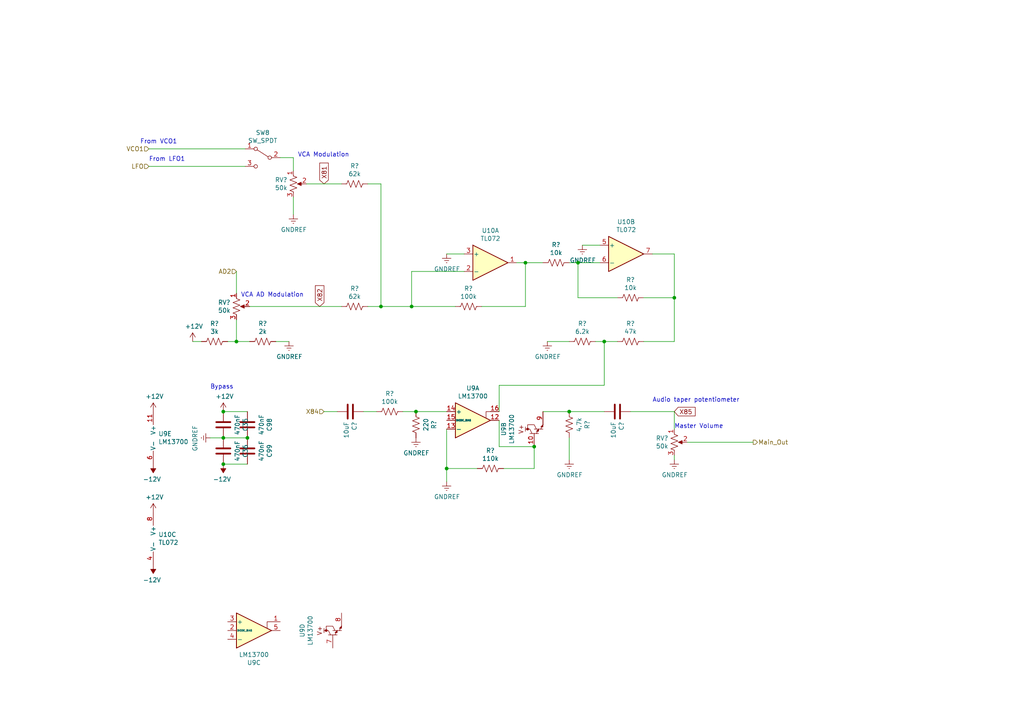
<source format=kicad_sch>
(kicad_sch (version 20230121) (generator eeschema)
  (paper "A4")
  (lib_symbols
    (symbol "Amplifier_Operational:LM13700" (pin_names (offset 0.127))
      (property "Reference" "U" (at 3.81 5.08 0))
      (property "Value" "LM13700" (at 5.08 -5.08 0))
      (symbol "LM13700_1_1"
        (polyline (pts (xy 3.81 -0.635) (xy 3.81 -2.54) (xy 5.08 -2.54)))
        (polyline (pts (xy 5.08 0) (xy -5.08 -5.08) (xy -5.08 5.08) (xy 5.08 0)) (stroke (width 0.254)) (fill (type background)))
        (pin output line (at 7.62 0 180) (length 2.54) (name "~") (number "12"))
        (pin input line (at -7.62 2.54 0) (length 2.54) (name "-") (number "13"))
        (pin input line (at -7.62 -2.54 0) (length 2.54) (name "+") (number "14"))
        (pin input line (at -7.62 0 0) (length 2.54) (name "DIODE_BIAS") (number "15"))
        (pin input line (at 7.62 -2.54 180) (length 2.54) (name "~") (number "16"))
      )
      (symbol "LM13700_2_0"
        (polyline (pts (xy -1.905 2.54) (xy -3.175 2.54)))
      )
      (symbol "LM13700_2_1"
        (circle (center -2.54 1.905) (radius 0.254) (stroke (width 0.254)) (fill (type outline)))
        (polyline (pts (xy -3.81 -0.635) (xy -2.54 -1.27)))
        (polyline (pts (xy -3.81 1.27) (xy -3.81 -1.27)))
        (polyline (pts (xy -2.54 -1.905) (xy -1.27 -2.54)))
        (polyline (pts (xy -2.54 0) (xy -2.54 -2.54)))
        (polyline (pts (xy -3.81 0.635) (xy -2.54 1.27) (xy -2.54 1.905) (xy -2.54 2.54)))
        (polyline (pts (xy -2.54 -1.27) (xy -3.175 -0.635) (xy -3.175 -1.27) (xy -2.54 -1.27)) (fill (type outline)))
        (polyline (pts (xy -2.54 -0.635) (xy -1.27 0) (xy -1.27 1.905) (xy -2.54 1.905)))
        (polyline (pts (xy -1.27 -2.54) (xy -1.905 -1.905) (xy -1.905 -2.54) (xy -1.27 -2.54)) (fill (type outline)))
        (text "V+" (at -2.54 3.81 0) (effects (font (size 1.27 1.27))))
        (pin input line (at -7.62 0 0) (length 3.81) (name "~") (number "10"))
        (pin output line (at 2.54 -2.54 180) (length 3.81) (name "~") (number "9"))
      )
      (symbol "LM13700_3_1"
        (polyline (pts (xy 3.81 -0.635) (xy 3.81 -2.54) (xy 5.08 -2.54)))
        (polyline (pts (xy 5.08 0) (xy -5.08 -5.08) (xy -5.08 5.08) (xy 5.08 0)) (stroke (width 0.254)) (fill (type background)))
        (pin input line (at 7.62 -2.54 180) (length 2.54) (name "~") (number "1"))
        (pin input line (at -7.62 0 0) (length 2.54) (name "DIODE_BIAS") (number "2"))
        (pin input line (at -7.62 -2.54 0) (length 2.54) (name "+") (number "3"))
        (pin input line (at -7.62 2.54 0) (length 2.54) (name "-") (number "4"))
        (pin output line (at 7.62 0 180) (length 2.54) (name "~") (number "5"))
      )
      (symbol "LM13700_4_0"
        (polyline (pts (xy -3.175 2.54) (xy -1.905 2.54)))
        (text "V+" (at -2.54 3.81 0) (effects (font (size 1.27 1.27))))
      )
      (symbol "LM13700_4_1"
        (circle (center -2.54 1.905) (radius 0.254) (stroke (width 0.254)) (fill (type outline)))
        (polyline (pts (xy -3.81 -0.635) (xy -2.54 -1.27)))
        (polyline (pts (xy -3.81 1.27) (xy -3.81 -1.27)))
        (polyline (pts (xy -2.54 -1.905) (xy -1.27 -2.54)))
        (polyline (pts (xy -2.54 0) (xy -2.54 -2.54)))
        (polyline (pts (xy -3.81 0.635) (xy -2.54 1.27) (xy -2.54 2.54)))
        (polyline (pts (xy -2.54 -1.27) (xy -3.175 -0.635) (xy -3.175 -1.27) (xy -2.54 -1.27)) (fill (type outline)))
        (polyline (pts (xy -2.54 -0.635) (xy -1.27 0) (xy -1.27 1.905) (xy -2.54 1.905)))
        (polyline (pts (xy -1.27 -2.54) (xy -1.905 -1.905) (xy -1.905 -2.54) (xy -1.27 -2.54)) (fill (type outline)))
        (pin input line (at -7.62 0 0) (length 3.81) (name "~") (number "7"))
        (pin output line (at 2.54 -2.54 180) (length 3.81) (name "~") (number "8"))
      )
      (symbol "LM13700_5_1"
        (pin power_in line (at -2.54 7.62 270) (length 3.81) (name "V+") (number "11"))
        (pin power_in line (at -2.54 -7.62 90) (length 3.81) (name "V-") (number "6"))
      )
    )
    (symbol "Amplifier_Operational:TL072" (pin_names (offset 0.127))
      (property "Reference" "U" (at 0 5.08 0))
      (property "Value" "TL072" (at 0 -5.08 0))
      (symbol "TL072_1_1"
        (polyline (pts (xy -5.08 5.08) (xy 5.08 0) (xy -5.08 -5.08) (xy -5.08 5.08)) (stroke (width 0.254)) (fill (type background)))
        (pin output line (at 7.62 0 180) (length 2.54) (name "~") (number "1"))
        (pin input line (at -7.62 -2.54 0) (length 2.54) (name "-") (number "2"))
        (pin input line (at -7.62 2.54 0) (length 2.54) (name "+") (number "3"))
      )
      (symbol "TL072_2_1"
        (polyline (pts (xy -5.08 5.08) (xy 5.08 0) (xy -5.08 -5.08) (xy -5.08 5.08)) (stroke (width 0.254)) (fill (type background)))
        (pin input line (at -7.62 2.54 0) (length 2.54) (name "+") (number "5"))
        (pin input line (at -7.62 -2.54 0) (length 2.54) (name "-") (number "6"))
        (pin output line (at 7.62 0 180) (length 2.54) (name "~") (number "7"))
      )
      (symbol "TL072_3_1"
        (pin power_in line (at -2.54 -7.62 90) (length 3.81) (name "V-") (number "4"))
        (pin power_in line (at -2.54 7.62 270) (length 3.81) (name "V+") (number "8"))
      )
    )
    (symbol "Device:C" (pin_numbers hide) (pin_names (offset 0.254))
      (property "Reference" "C" (at 0.635 2.54 0))
      (property "Value" "C" (at 0.635 -2.54 0))
      (symbol "C_0_1"
        (polyline (pts (xy -2.032 -0.762) (xy 2.032 -0.762)) (stroke (width 0.508)))
        (polyline (pts (xy -2.032 0.762) (xy 2.032 0.762)) (stroke (width 0.508)))
      )
      (symbol "C_1_1"
        (pin passive line (at 0 3.81 270) (length 2.794) (name "~") (number "1"))
        (pin passive line (at 0 -3.81 90) (length 2.794) (name "~") (number "2"))
      )
    )
    (symbol "Device:R_US" (pin_numbers hide) (pin_names (offset 0))
      (property "Reference" "R" (at 2.54 0 90))
      (property "Value" "R_US" (at -2.54 0 90))
      (symbol "R_US_0_1"
        (polyline (pts (xy 0 -2.286) (xy 0 -2.54)))
        (polyline (pts (xy 0 2.286) (xy 0 2.54)))
        (polyline (pts (xy 0 -0.762) (xy 1.016 -1.143) (xy 0 -1.524) (xy -1.016 -1.905) (xy 0 -2.286)))
        (polyline (pts (xy 0 0.762) (xy 1.016 0.381) (xy 0 0) (xy -1.016 -0.381) (xy 0 -0.762)))
        (polyline (pts (xy 0 2.286) (xy 1.016 1.905) (xy 0 1.524) (xy -1.016 1.143) (xy 0 0.762)))
      )
      (symbol "R_US_1_1"
        (pin passive line (at 0 3.81 270) (length 1.27) (name "~") (number "1"))
        (pin passive line (at 0 -3.81 90) (length 1.27) (name "~") (number "2"))
      )
    )
    (symbol "Switch:SW_SPDT" (pin_names (offset 0) hide)
      (property "Reference" "SW" (at 0 4.318 0))
      (property "Value" "SW_SPDT" (at 0 -5.08 0))
      (symbol "SW_SPDT_0_0"
        (circle (center -2.032 0) (radius 0.508))
        (circle (center 2.032 -2.54) (radius 0.508))
      )
      (symbol "SW_SPDT_0_1"
        (polyline (pts (xy -1.524 0.254) (xy 1.651 2.286)))
        (circle (center 2.032 2.54) (radius 0.508))
      )
      (symbol "SW_SPDT_1_1"
        (pin passive line (at 5.08 2.54 180) (length 2.54) (name "A") (number "1"))
        (pin passive line (at -5.08 0 0) (length 2.54) (name "B") (number "2"))
        (pin passive line (at 5.08 -2.54 180) (length 2.54) (name "C") (number "3"))
      )
    )
    (symbol "SynthProj-rescue:R_POT_US-Device" (pin_names (offset 1.016) hide)
      (property "Reference" "RV" (at -4.445 0 90))
      (property "Value" "Device_R_POT_US" (at -2.54 0 90))
      (symbol "R_POT_US-Device_0_1"
        (polyline (pts (xy 0 -2.286) (xy 0 -2.54)))
        (polyline (pts (xy 0 2.54) (xy 0 2.286)))
        (polyline (pts (xy 2.54 0) (xy 1.524 0)))
        (polyline (pts (xy 1.143 0) (xy 2.286 0.508) (xy 2.286 -0.508) (xy 1.143 0)) (fill (type outline)))
        (polyline (pts (xy 0 -0.762) (xy 1.016 -1.143) (xy 0 -1.524) (xy -1.016 -1.905) (xy 0 -2.286)))
        (polyline (pts (xy 0 0.762) (xy 1.016 0.381) (xy 0 0) (xy -1.016 -0.381) (xy 0 -0.762)))
        (polyline (pts (xy 0 2.286) (xy 1.016 1.905) (xy 0 1.524) (xy -1.016 1.143) (xy 0 0.762)))
      )
      (symbol "R_POT_US-Device_1_1"
        (pin passive line (at 0 3.81 270) (length 1.27) (name "1") (number "1"))
        (pin passive line (at 3.81 0 180) (length 1.27) (name "2") (number "2"))
        (pin passive line (at 0 -3.81 90) (length 1.27) (name "3") (number "3"))
      )
    )
    (symbol "power:+12V" (power) (pin_names (offset 0))
      (property "Value" "+12V" (at 0 3.556 0))
      (symbol "+12V_0_1"
        (polyline (pts (xy -0.762 1.27) (xy 0 2.54)))
        (polyline (pts (xy 0 0) (xy 0 2.54)))
        (polyline (pts (xy 0 2.54) (xy 0.762 1.27)))
      )
      (symbol "+12V_1_1"
        (pin power_in line (at 0 0 90) (length 0) hide (name "+12V") (number "1"))
      )
    )
    (symbol "power:-12V" (power) (pin_names (offset 0))
      (property "Value" "-12V" (at 0 3.81 0))
      (symbol "-12V_0_0"
        (pin power_in line (at 0 0 90) (length 0) hide (name "-12V") (number "1"))
      )
      (symbol "-12V_0_1"
        (polyline (pts (xy 0 0) (xy 0 1.27) (xy 0.762 1.27) (xy 0 2.54) (xy -0.762 1.27) (xy 0 1.27)) (fill (type outline)))
      )
    )
    (symbol "power:GNDREF" (power) (pin_names (offset 0))
      (property "Value" "GNDREF" (at 0 -3.81 0))
      (symbol "GNDREF_0_1"
        (polyline (pts (xy -0.635 -1.905) (xy 0.635 -1.905)))
        (polyline (pts (xy -0.127 -2.54) (xy 0.127 -2.54)))
        (polyline (pts (xy 0 -1.27) (xy 0 0)))
        (polyline (pts (xy 1.27 -1.27) (xy -1.27 -1.27)))
      )
      (symbol "GNDREF_1_1"
        (pin power_in line (at 0 0 270) (length 0) hide (name "GNDREF") (number "1"))
      )
    )
  )
  (junction (at 129.54 135.89))
  (junction (at 120.65 119.38))
  (junction (at 64.77 134.62))
  (junction (at 64.77 127))
  (junction (at 110.49 88.9))
  (junction (at 119.38 88.9))
  (junction (at 71.755 127))
  (junction (at 64.77 119.38))
  (junction (at 167.64 76.2))
  (junction (at 165.1 119.38))
  (junction (at 68.58 99.06))
  (junction (at 195.58 86.36))
  (junction (at 175.26 99.06))
  (junction (at 154.94 129.54))
  (junction (at 152.4 76.2))
  (wire (pts (xy 152.4 88.9) (xy 152.4 76.2)))
  (wire (pts (xy 144.78 129.54) (xy 154.94 129.54)))
  (wire (pts (xy 97.79 119.38) (xy 93.98 119.38)))
  (wire (pts (xy 175.26 111.76) (xy 144.78 111.76)))
  (wire (pts (xy 68.58 85.09) (xy 68.58 78.74)))
  (wire (pts (xy 134.62 78.74) (xy 119.38 78.74)))
  (wire (pts (xy 152.4 76.2) (xy 149.86 76.2)))
  (wire (pts (xy 129.54 135.89) (xy 129.54 124.46)))
  (wire (pts (xy 175.26 99.06) (xy 175.26 111.76)))
  (wire (pts (xy 157.48 119.38) (xy 165.1 119.38)))
  (wire (pts (xy 60.96 127) (xy 64.77 127)))
  (wire (pts (xy 165.1 119.38) (xy 175.26 119.38)))
  (wire (pts (xy 182.88 119.38) (xy 195.58 119.38)))
  (wire (pts (xy 129.54 139.7) (xy 129.54 135.89)))
  (wire (pts (xy 186.69 99.06) (xy 195.58 99.06)))
  (wire (pts (xy 146.05 135.89) (xy 154.94 135.89)))
  (wire (pts (xy 85.09 45.72) (xy 85.09 49.53)))
  (wire (pts (xy 138.43 135.89) (xy 129.54 135.89)))
  (wire (pts (xy 85.09 62.23) (xy 85.09 57.15)))
  (wire (pts (xy 64.77 127) (xy 71.755 127)))
  (wire (pts (xy 120.65 119.38) (xy 129.54 119.38)))
  (wire (pts (xy 68.58 92.71) (xy 68.58 99.06)))
  (wire (pts (xy 144.78 121.92) (xy 144.78 129.54)))
  (wire (pts (xy 172.72 99.06) (xy 175.26 99.06)))
  (wire (pts (xy 168.91 71.12) (xy 173.99 71.12)))
  (wire (pts (xy 189.23 73.66) (xy 195.58 73.66)))
  (wire (pts (xy 68.58 99.06) (xy 66.04 99.06)))
  (wire (pts (xy 195.58 99.06) (xy 195.58 86.36)))
  (wire (pts (xy 195.58 124.46) (xy 195.58 119.38)))
  (wire (pts (xy 144.78 111.76) (xy 144.78 119.38)))
  (wire (pts (xy 80.01 99.06) (xy 83.82 99.06)))
  (wire (pts (xy 158.75 99.06) (xy 165.1 99.06)))
  (wire (pts (xy 110.49 88.9) (xy 106.68 88.9)))
  (wire (pts (xy 99.06 88.9) (xy 72.39 88.9)))
  (wire (pts (xy 154.94 135.89) (xy 154.94 129.54)))
  (wire (pts (xy 129.54 73.66) (xy 134.62 73.66)))
  (wire (pts (xy 110.49 53.34) (xy 110.49 88.9)))
  (wire (pts (xy 179.07 86.36) (xy 167.64 86.36)))
  (wire (pts (xy 175.26 99.06) (xy 179.07 99.06)))
  (wire (pts (xy 72.39 99.06) (xy 68.58 99.06)))
  (wire (pts (xy 167.64 76.2) (xy 165.1 76.2)))
  (wire (pts (xy 195.58 86.36) (xy 186.69 86.36)))
  (wire (pts (xy 64.77 119.38) (xy 71.755 119.38)))
  (wire (pts (xy 106.68 53.34) (xy 110.49 53.34)))
  (wire (pts (xy 71.12 48.26) (xy 43.18 48.26)))
  (wire (pts (xy 139.7 88.9) (xy 152.4 88.9)))
  (wire (pts (xy 110.49 88.9) (xy 119.38 88.9)))
  (wire (pts (xy 81.28 45.72) (xy 85.09 45.72)))
  (wire (pts (xy 199.39 128.27) (xy 218.44 128.27)))
  (wire (pts (xy 71.12 43.18) (xy 43.18 43.18)))
  (wire (pts (xy 116.84 119.38) (xy 120.65 119.38)))
  (wire (pts (xy 88.9 53.34) (xy 99.06 53.34)))
  (wire (pts (xy 58.42 99.06) (xy 55.88 99.06)))
  (wire (pts (xy 195.58 132.08) (xy 195.58 133.35)))
  (wire (pts (xy 152.4 76.2) (xy 157.48 76.2)))
  (wire (pts (xy 173.99 76.2) (xy 167.64 76.2)))
  (wire (pts (xy 105.41 119.38) (xy 109.22 119.38)))
  (wire (pts (xy 119.38 88.9) (xy 132.08 88.9)))
  (wire (pts (xy 119.38 78.74) (xy 119.38 88.9)))
  (wire (pts (xy 165.1 133.35) (xy 165.1 127)))
  (wire (pts (xy 195.58 73.66) (xy 195.58 86.36)))
  (wire (pts (xy 167.64 86.36) (xy 167.64 76.2)))
  (wire (pts (xy 64.77 134.62) (xy 71.755 134.62)))
  (text "VCA AD Modulation" (at 69.85 86.36 0) (effects (font (size 1.27 1.27)) (justify left bottom)))
  (text "Audio taper potentiometer" (at 189.23 116.84 0) (effects (font (size 1.27 1.27)) (justify left bottom)))
  (text "From LFO1" (at 43.18 46.99 0) (effects (font (size 1.27 1.27)) (justify left bottom)))
  (text "From VCO1" (at 40.64 41.91 0) (effects (font (size 1.27 1.27)) (justify left bottom)))
  (text "Master Volume" (at 195.58 124.46 0) (effects (font (size 1.27 1.27)) (justify left bottom)))
  (text "VCA Modulation" (at 86.36 45.72 0) (effects (font (size 1.27 1.27)) (justify left bottom)))
  (text "Bypass" (at 60.96 113.03 0) (effects (font (size 1.27 1.27)) (justify left bottom)))
  (global_label "X85" (shape input) (at 195.58 119.38 0) (property "Intersheetrefs" "${INTERSHEET_REFS}" (effects hide)))
  (global_label "X81" (shape input) (at 93.98 53.34 90) (property "Intersheetrefs" "${INTERSHEET_REFS}" (effects hide)))
  (global_label "X82" (shape input) (at 92.71 88.9 90) (property "Intersheetrefs" "${INTERSHEET_REFS}" (effects hide)))
  (hierarchical_label "Main_Out" (shape output) (at 218.44 128.27 0))
  (hierarchical_label "X84" (shape input) (at 93.98 119.38 180))
  (hierarchical_label "AD2" (shape input) (at 68.58 78.74 180))
  (hierarchical_label "VCO1" (shape input) (at 43.18 43.18 180))
  (hierarchical_label "LFO" (shape input) (at 43.18 48.26 180))
  (symbol (lib_id "power:+12V") (at 64.77 119.38 0) (unit 1)
    (property "Reference" "#PWR0130" (effects hide))
    (property "Value" "+12V" (at 65.151 114.9858 0))
    (instances (project "SynthProj" (path "" (reference "#PWR0130") (unit 1)) (path "" (reference "#PWR?") (unit 1))))
  )
  (symbol (lib_id "power:-12V") (at 64.77 134.62 180) (unit 1)
    (property "Reference" "#PWR0131" (effects hide))
    (property "Value" "-12V" (at 64.389 139.0142 0))
    (instances (project "SynthProj" (path "" (reference "#PWR0131") (unit 1)) (path "" (reference "#PWR?") (unit 1))))
  )
  (symbol (lib_id "power:GNDREF") (at 60.96 127 270) (unit 1)
    (property "Reference" "#PWR0129" (effects hide))
    (property "Value" "GNDREF" (at 56.5658 127.127 0))
    (instances (project "SynthProj" (path "" (reference "#PWR0129") (unit 1)) (path "" (reference "#PWR?") (unit 1))))
  )
  (symbol (lib_id "Device:C") (at 64.77 123.19 180) (unit 1)
    (property "Reference" "C35" (at 71.1708 123.19 90))
    (property "Value" "470nF" (at 68.8594 123.19 90))
    (property "Footprint" "Capacitor_SMD:C_0805_2012Metric" (effects hide))
    (instances (project "SynthProj" (path "" (reference "C35") (unit 1)) (path "" (reference "C?") (unit 1))))
  )
  (symbol (lib_id "Device:C") (at 64.77 130.81 180) (unit 1)
    (property "Reference" "C36" (at 71.1708 130.81 90))
    (property "Value" "470nF" (at 68.8594 130.81 90))
    (property "Footprint" "Capacitor_SMD:C_0805_2012Metric" (effects hide))
  )
  (symbol (lib_id "Switch:SW_SPDT") (at 76.2 45.72 0) (mirror y) (unit 1)
    (property "Reference" "SW8" (at 76.2 38.481 0))
    (property "Value" "SW_SPDT" (at 76.2 40.7924 0))
    (property "Footprint" "SynthProjConnectors:SMTS-102" (effects hide))
    (instances (project "SynthProj" (path "" (reference "SW8") (unit 1)) (path "" (reference "SW?") (unit 1))))
  )
  (symbol (lib_id "SynthProj-rescue:R_POT_US-Device") (at 85.09 53.34 0) (unit 1)
    (property "Reference" "RV?" (at 83.3882 52.1716 0) (effects (justify right)))
    (property "Value" "50k" (at 83.3882 54.483 0) (effects (justify right)))
    (property "Footprint" "Potentiometer_THT:Potentiometer_Alps_RK09K_Single_Vertical" (effects hide))
    (instances (project "SynthProj" (path "" (reference "RV?") (unit 1)) (path "" (reference "RV?") (unit 1)) (path "" (reference "RV19") (unit 1)) (path "" (reference "RV?") (unit 1))))
  )
  (symbol (lib_id "power:GNDREF") (at 85.09 62.23 0) (unit 1)
    (property "Reference" "#PWR0133" (effects hide))
    (property "Value" "GNDREF" (at 85.217 66.6242 0))
    (instances (project "SynthProj" (path "" (reference "#PWR0133") (unit 1)) (path "" (reference "#PWR?") (unit 1))))
  )
  (symbol (lib_id "Device:R_US") (at 102.87 53.34 270) (unit 1)
    (property "Reference" "R?" (at 102.87 48.133 90))
    (property "Value" "62k" (at 102.87 50.4444 90))
    (property "Footprint" "Resistor_SMD:R_0603_1608Metric" (effects hide))
    (instances (project "SynthProj" (path "" (reference "R?") (unit 1)) (path "" (reference "R?") (unit 1)) (path "" (reference "R100") (unit 1))))
  )
  (symbol (lib_id "Device:R_US") (at 102.87 88.9 270) (unit 1)
    (property "Reference" "R?" (at 102.87 83.693 90))
    (property "Value" "62k" (at 102.87 86.0044 90))
    (property "Footprint" "Resistor_SMD:R_0603_1608Metric" (effects hide))
    (instances (project "SynthProj" (path "" (reference "R?") (unit 1)) (path "" (reference "R?") (unit 1)) (path "" (reference "R101") (unit 1))))
  )
  (symbol (lib_id "power:+12V") (at 55.88 99.06 0) (unit 1)
    (property "Reference" "#PWR0128" (effects hide))
    (property "Value" "+12V" (at 56.261 94.6658 0))
    (instances (project "SynthProj" (path "" (reference "#PWR0128") (unit 1)) (path "" (reference "#PWR?") (unit 1))))
  )
  (symbol (lib_id "Device:R_US") (at 62.23 99.06 270) (unit 1)
    (property "Reference" "R?" (at 62.23 93.853 90))
    (property "Value" "3k" (at 62.23 96.1644 90))
    (property "Footprint" "Resistor_SMD:R_0603_1608Metric" (effects hide))
    (instances (project "SynthProj" (path "" (reference "R?") (unit 1)) (path "" (reference "R?") (unit 1)) (path "" (reference "R98") (unit 1))))
  )
  (symbol (lib_id "Device:R_US") (at 76.2 99.06 270) (unit 1)
    (property "Reference" "R?" (at 76.2 93.853 90))
    (property "Value" "2k" (at 76.2 96.1644 90))
    (property "Footprint" "Resistor_SMD:R_0603_1608Metric" (effects hide))
    (instances (project "SynthProj" (path "" (reference "R?") (unit 1)) (path "" (reference "R?") (unit 1)) (path "" (reference "R99") (unit 1))))
  )
  (symbol (lib_id "SynthProj-rescue:R_POT_US-Device") (at 68.58 88.9 0) (unit 1)
    (property "Reference" "RV?" (at 66.8782 87.7316 0) (effects (justify right)))
    (property "Value" "50k" (at 66.8782 90.043 0) (effects (justify right)))
    (property "Footprint" "Potentiometer_THT:Potentiometer_Alps_RK09K_Single_Vertical" (effects hide))
    (instances (project "SynthProj" (path "" (reference "RV?") (unit 1)) (path "" (reference "RV?") (unit 1)) (path "" (reference "RV18") (unit 1)) (path "" (reference "RV?") (unit 1))))
  )
  (symbol (lib_id "Amplifier_Operational:TL072") (at 142.24 76.2 0) (unit 1)
    (property "Reference" "U10" (at 142.24 66.8782 0))
    (property "Value" "TL072" (at 142.24 69.1896 0))
    (property "Footprint" "Package_SO:SO-8_3.9x4.9mm_P1.27mm" (effects hide))
    (property "Datasheet" "http://www.ti.com/lit/ds/symlink/tl071.pdf" (effects hide))
  )
  (symbol (lib_id "Amplifier_Operational:TL072") (at 181.61 73.66 0) (unit 2)
    (property "Reference" "U10" (at 181.61 64.3382 0))
    (property "Value" "TL072" (at 181.61 66.6496 0))
    (property "Footprint" "Package_SO:SO-8_3.9x4.9mm_P1.27mm" (effects hide))
    (property "Datasheet" "http://www.ti.com/lit/ds/symlink/tl071.pdf" (effects hide))
  )
  (symbol (lib_id "Amplifier_Operational:TL072") (at 46.99 156.21 0) (unit 3)
    (property "Reference" "U10" (at 45.9232 155.0416 0) (effects (justify left)))
    (property "Value" "TL072" (at 45.9232 157.353 0) (effects (justify left)))
    (property "Footprint" "Package_SO:SO-8_3.9x4.9mm_P1.27mm" (effects hide))
    (property "Datasheet" "http://www.ti.com/lit/ds/symlink/tl071.pdf" (effects hide))
  )
  (symbol (lib_id "power:GNDREF") (at 129.54 73.66 0) (unit 1)
    (property "Reference" "#PWR0135" (effects hide))
    (property "Value" "GNDREF" (at 129.667 78.0542 0))
    (instances (project "SynthProj" (path "" (reference "#PWR0135") (unit 1)) (path "" (reference "#PWR?") (unit 1))))
  )
  (symbol (lib_id "Device:R_US") (at 135.89 88.9 270) (unit 1)
    (property "Reference" "R?" (at 135.89 83.693 90))
    (property "Value" "100k" (at 135.89 86.0044 90))
    (property "Footprint" "Resistor_SMD:R_0603_1608Metric" (effects hide))
    (instances (project "SynthProj" (path "" (reference "R?") (unit 1)) (path "" (reference "R?") (unit 1)) (path "" (reference "R104") (unit 1))))
  )
  (symbol (lib_id "Device:R_US") (at 161.29 76.2 270) (unit 1)
    (property "Reference" "R?" (at 161.29 70.993 90))
    (property "Value" "10k" (at 161.29 73.3044 90))
    (property "Footprint" "Resistor_SMD:R_0603_1608Metric" (effects hide))
    (instances (project "SynthProj" (path "" (reference "R?") (unit 1)) (path "" (reference "R?") (unit 1)) (path "" (reference "R106") (unit 1))))
  )
  (symbol (lib_id "power:GNDREF") (at 168.91 71.12 0) (unit 1)
    (property "Reference" "#PWR0139" (effects hide))
    (property "Value" "GNDREF" (at 169.037 75.5142 0))
    (instances (project "SynthProj" (path "" (reference "#PWR0139") (unit 1)) (path "" (reference "#PWR?") (unit 1))))
  )
  (symbol (lib_id "Device:R_US") (at 182.88 86.36 270) (unit 1)
    (property "Reference" "R?" (at 182.88 81.153 90))
    (property "Value" "10k" (at 182.88 83.4644 90))
    (property "Footprint" "Resistor_SMD:R_0603_1608Metric" (effects hide))
    (instances (project "SynthProj" (path "" (reference "R?") (unit 1)) (path "" (reference "R?") (unit 1)) (path "" (reference "R109") (unit 1))))
  )
  (symbol (lib_id "Device:R_US") (at 182.88 99.06 270) (unit 1)
    (property "Reference" "R?" (at 182.88 93.853 90))
    (property "Value" "47k" (at 182.88 96.1644 90))
    (property "Footprint" "Resistor_SMD:R_0603_1608Metric" (effects hide))
    (instances (project "SynthProj" (path "" (reference "R?") (unit 1)) (path "" (reference "R?") (unit 1)) (path "" (reference "R110") (unit 1))))
  )
  (symbol (lib_id "Device:R_US") (at 168.91 99.06 270) (unit 1)
    (property "Reference" "R?" (at 168.91 93.853 90))
    (property "Value" "6.2k" (at 168.91 96.1644 90))
    (property "Footprint" "Resistor_SMD:R_0603_1608Metric" (effects hide))
    (instances (project "SynthProj" (path "" (reference "R?") (unit 1)) (path "" (reference "R?") (unit 1)) (path "" (reference "R108") (unit 1))))
  )
  (symbol (lib_id "power:GNDREF") (at 158.75 99.06 0) (unit 1)
    (property "Reference" "#PWR0137" (effects hide))
    (property "Value" "GNDREF" (at 158.877 103.4542 0))
    (instances (project "SynthProj" (path "" (reference "#PWR0137") (unit 1)) (path "" (reference "#PWR?") (unit 1))))
  )
  (symbol (lib_id "Amplifier_Operational:LM13700") (at 137.16 121.92 0) (mirror x) (unit 1)
    (property "Reference" "U9" (at 137.16 112.5982 0))
    (property "Value" "LM13700" (at 137.16 114.9096 0))
    (property "Footprint" "Package_SO:SO-16_5.3x10.2mm_P1.27mm" (effects hide))
    (property "Datasheet" "http://www.ti.com/lit/ds/symlink/lm13700.pdf" (effects hide))
  )
  (symbol (lib_id "Amplifier_Operational:LM13700") (at 154.94 121.92 90) (unit 2)
    (property "Reference" "U9" (at 146.1008 124.46 0))
    (property "Value" "LM13700" (at 148.4122 124.46 0))
    (property "Footprint" "Package_SO:SO-16_5.3x10.2mm_P1.27mm" (effects hide))
    (property "Datasheet" "http://www.ti.com/lit/ds/symlink/lm13700.pdf" (effects hide))
  )
  (symbol (lib_id "Amplifier_Operational:LM13700") (at 73.66 182.88 0) (mirror x) (unit 3)
    (property "Reference" "U9" (at 73.66 192.2018 0))
    (property "Value" "LM13700" (at 73.66 189.8904 0))
    (property "Footprint" "Package_SO:SO-16_5.3x10.2mm_P1.27mm" (effects hide))
    (property "Datasheet" "http://www.ti.com/lit/ds/symlink/lm13700.pdf" (effects hide))
  )
  (symbol (lib_id "Amplifier_Operational:LM13700") (at 96.52 180.34 90) (unit 4)
    (property "Reference" "U9" (at 87.6808 182.88 0))
    (property "Value" "LM13700" (at 89.9922 182.88 0))
    (property "Footprint" "Package_SO:SO-16_5.3x10.2mm_P1.27mm" (effects hide))
    (property "Datasheet" "http://www.ti.com/lit/ds/symlink/lm13700.pdf" (effects hide))
  )
  (symbol (lib_id "Amplifier_Operational:LM13700") (at 46.99 127 0) (unit 5)
    (property "Reference" "U9" (at 45.9232 125.8316 0) (effects (justify left)))
    (property "Value" "LM13700" (at 45.9232 128.143 0) (effects (justify left)))
    (property "Footprint" "Package_SO:SO-16_5.3x10.2mm_P1.27mm" (effects hide))
    (property "Datasheet" "http://www.ti.com/lit/ds/symlink/lm13700.pdf" (effects hide))
  )
  (symbol (lib_id "power:+12V") (at 44.45 119.38 0) (unit 1)
    (property "Reference" "#PWR0124" (effects hide))
    (property "Value" "+12V" (at 44.831 114.9858 0))
    (instances (project "SynthProj" (path "" (reference "#PWR0124") (unit 1)) (path "" (reference "#PWR?") (unit 1))))
  )
  (symbol (lib_id "power:+12V") (at 44.45 148.59 0) (unit 1)
    (property "Reference" "#PWR0126" (effects hide))
    (property "Value" "+12V" (at 44.831 144.1958 0))
    (instances (project "SynthProj" (path "" (reference "#PWR0126") (unit 1)) (path "" (reference "#PWR?") (unit 1))))
  )
  (symbol (lib_id "power:-12V") (at 44.45 134.62 180) (unit 1)
    (property "Reference" "#PWR0125" (effects hide))
    (property "Value" "-12V" (at 44.069 139.0142 0))
    (instances (project "SynthProj" (path "" (reference "#PWR0125") (unit 1)) (path "" (reference "#PWR?") (unit 1))))
  )
  (symbol (lib_id "power:-12V") (at 44.45 163.83 180) (unit 1)
    (property "Reference" "#PWR0127" (effects hide))
    (property "Value" "-12V" (at 44.069 168.2242 0))
    (instances (project "SynthProj" (path "" (reference "#PWR0127") (unit 1)) (path "" (reference "#PWR?") (unit 1))))
  )
  (symbol (lib_id "Device:R_US") (at 165.1 123.19 180) (unit 1)
    (property "Reference" "R?" (at 170.307 123.19 90))
    (property "Value" "4.7k" (at 167.9956 123.19 90))
    (property "Footprint" "Resistor_SMD:R_0603_1608Metric" (effects hide))
    (instances (project "SynthProj" (path "" (reference "R?") (unit 1)) (path "" (reference "R?") (unit 1)) (path "" (reference "R107") (unit 1))))
  )
  (symbol (lib_id "Device:R_US") (at 113.03 119.38 270) (unit 1)
    (property "Reference" "R?" (at 113.03 114.173 90))
    (property "Value" "100k" (at 113.03 116.4844 90))
    (property "Footprint" "Resistor_SMD:R_0603_1608Metric" (effects hide))
    (instances (project "SynthProj" (path "" (reference "R?") (unit 1)) (path "" (reference "R?") (unit 1)) (path "" (reference "R102") (unit 1))))
  )
  (symbol (lib_id "Device:R_US") (at 120.65 123.19 180) (unit 1)
    (property "Reference" "R?" (at 125.857 123.19 90))
    (property "Value" "220" (at 123.5456 123.19 90))
    (property "Footprint" "Resistor_SMD:R_0603_1608Metric" (effects hide))
    (instances (project "SynthProj" (path "" (reference "R?") (unit 1)) (path "" (reference "R?") (unit 1)) (path "" (reference "R103") (unit 1))))
  )
  (symbol (lib_id "power:GNDREF") (at 120.65 127 0) (unit 1)
    (property "Reference" "#PWR0134" (effects hide))
    (property "Value" "GNDREF" (at 120.777 131.3942 0))
    (instances (project "SynthProj" (path "" (reference "#PWR0134") (unit 1)) (path "" (reference "#PWR?") (unit 1))))
  )
  (symbol (lib_id "Device:C") (at 101.6 119.38 270) (unit 1)
    (property "Reference" "C?" (at 102.7684 122.301 0) (effects (justify left)))
    (property "Value" "10uF" (at 100.457 122.301 0) (effects (justify left)))
    (property "Footprint" "Capacitor_SMD:C_0805_2012Metric" (effects hide))
    (instances (project "SynthProj" (path "" (reference "C?") (unit 1)) (path "" (reference "C?") (unit 1)) (path "" (reference "C37") (unit 1))))
  )
  (symbol (lib_id "Device:R_US") (at 142.24 135.89 270) (unit 1)
    (property "Reference" "R?" (at 142.24 130.683 90))
    (property "Value" "110k" (at 142.24 132.9944 90))
    (property "Footprint" "Resistor_SMD:R_0603_1608Metric" (effects hide))
    (instances (project "SynthProj" (path "" (reference "R?") (unit 1)) (path "" (reference "R?") (unit 1)) (path "" (reference "R105") (unit 1))))
  )
  (symbol (lib_id "power:GNDREF") (at 129.54 139.7 0) (unit 1)
    (property "Reference" "#PWR0136" (effects hide))
    (property "Value" "GNDREF" (at 129.667 144.0942 0))
    (instances (project "SynthProj" (path "" (reference "#PWR0136") (unit 1)) (path "" (reference "#PWR?") (unit 1))))
  )
  (symbol (lib_id "power:GNDREF") (at 165.1 133.35 0) (unit 1)
    (property "Reference" "#PWR0138" (effects hide))
    (property "Value" "GNDREF" (at 165.227 137.7442 0))
    (instances (project "SynthProj" (path "" (reference "#PWR0138") (unit 1)) (path "" (reference "#PWR?") (unit 1))))
  )
  (symbol (lib_id "Device:C") (at 179.07 119.38 270) (unit 1)
    (property "Reference" "C?" (at 180.2384 122.301 0) (effects (justify left)))
    (property "Value" "10uF" (at 177.927 122.301 0) (effects (justify left)))
    (property "Footprint" "Capacitor_SMD:C_0805_2012Metric" (effects hide))
    (instances (project "SynthProj" (path "" (reference "C?") (unit 1)) (path "" (reference "C?") (unit 1)) (path "" (reference "C38") (unit 1))))
  )
  (symbol (lib_id "SynthProj-rescue:R_POT_US-Device") (at 195.58 128.27 0) (unit 1)
    (property "Reference" "RV?" (at 193.8782 127.1016 0) (effects (justify right)))
    (property "Value" "50k" (at 193.8782 129.413 0) (effects (justify right)))
    (property "Footprint" "Potentiometer_THT:Potentiometer_Alps_RK09K_Single_Vertical" (effects hide))
    (instances (project "SynthProj" (path "" (reference "RV?") (unit 1)) (path "" (reference "RV?") (unit 1)) (path "" (reference "RV20") (unit 1)) (path "" (reference "RV?") (unit 1))))
  )
  (symbol (lib_id "power:GNDREF") (at 195.58 133.35 0) (unit 1)
    (property "Reference" "#PWR0140" (effects hide))
    (property "Value" "GNDREF" (at 195.707 137.7442 0))
    (instances (project "SynthProj" (path "" (reference "#PWR0140") (unit 1)) (path "" (reference "#PWR?") (unit 1))))
  )
  (symbol (lib_id "power:GNDREF") (at 83.82 99.06 0) (unit 1)
    (property "Reference" "#PWR0132" (effects hide))
    (property "Value" "GNDREF" (at 83.947 103.4542 0))
    (instances (project "SynthProj" (path "" (reference "#PWR0132") (unit 1)) (path "" (reference "#PWR?") (unit 1))))
  )
  (symbol (lib_id "Device:C") (at 71.755 130.81 180) (unit 1)
    (property "Reference" "C99" (at 78.1558 130.81 90))
    (property "Value" "470nF" (at 75.8444 130.81 90))
    (property "Footprint" "Capacitor_SMD:C_0805_2012Metric" (effects hide))
  )
  (symbol (lib_id "Device:C") (at 71.755 123.19 180) (unit 1)
    (property "Reference" "C98" (at 78.1558 123.19 90))
    (property "Value" "470nF" (at 75.8444 123.19 90))
    (property "Footprint" "Capacitor_SMD:C_0805_2012Metric" (effects hide))
    (instances (project "SynthProj" (path "" (reference "C98") (unit 1)) (path "" (reference "C?") (unit 1))))
  )
)
</source>
